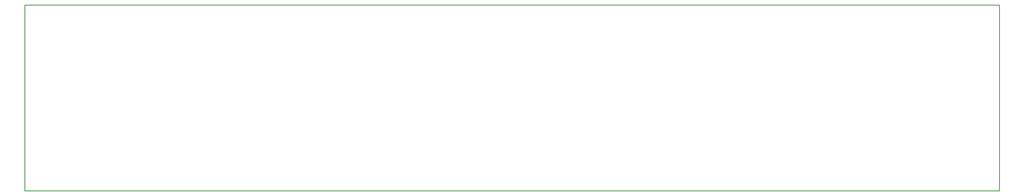
<source format=gbr>
G04 DipTrace 3.3.1.3*
G04 BoardOutline.gbr*
%MOIN*%
G04 #@! TF.FileFunction,Profile*
G04 #@! TF.Part,Single*
%ADD11C,0.005512*%
%FSLAX26Y26*%
G04*
G70*
G90*
G75*
G01*
G04 BoardOutline*
%LPD*%
X393701Y393701D2*
D11*
X8622047D1*
Y1968504D1*
X393701D1*
Y393701D1*
M02*

</source>
